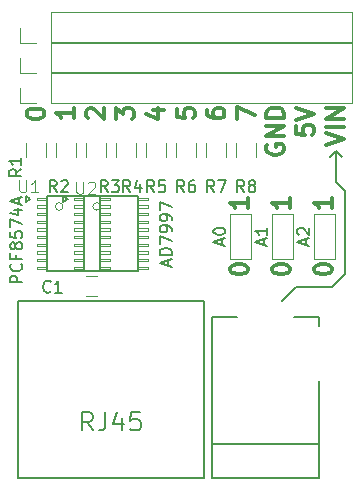
<source format=gto>
G04 #@! TF.FileFunction,Legend,Top*
%FSLAX46Y46*%
G04 Gerber Fmt 4.6, Leading zero omitted, Abs format (unit mm)*
G04 Created by KiCad (PCBNEW 4.0.7) date Thursday, May 03, 2018 'PMt' 09:52:22 PM*
%MOMM*%
%LPD*%
G01*
G04 APERTURE LIST*
%ADD10C,0.100000*%
%ADD11C,0.200000*%
%ADD12C,0.300000*%
%ADD13C,0.150000*%
%ADD14C,0.120000*%
%ADD15C,0.203200*%
%ADD16C,0.066040*%
%ADD17C,0.152400*%
%ADD18C,0.076200*%
%ADD19C,0.101600*%
G04 APERTURE END LIST*
D10*
D11*
X207010000Y-85344000D02*
X207518000Y-85852000D01*
X207010000Y-85344000D02*
X206502000Y-85852000D01*
X203581000Y-96901000D02*
X202438000Y-98044000D01*
X206629000Y-96901000D02*
X203581000Y-96901000D01*
X207772000Y-95758000D02*
X206629000Y-96901000D01*
X207772000Y-88773000D02*
X207772000Y-95758000D01*
X207010000Y-88011000D02*
X207772000Y-88773000D01*
X207010000Y-85344000D02*
X207010000Y-88011000D01*
D12*
X206672571Y-89360428D02*
X206672571Y-90217571D01*
X206672571Y-89788999D02*
X205172571Y-89788999D01*
X205386857Y-89931856D01*
X205529714Y-90074714D01*
X205601143Y-90217571D01*
X203116571Y-89360428D02*
X203116571Y-90217571D01*
X203116571Y-89788999D02*
X201616571Y-89788999D01*
X201830857Y-89931856D01*
X201973714Y-90074714D01*
X202045143Y-90217571D01*
X199560571Y-89360428D02*
X199560571Y-90217571D01*
X199560571Y-89788999D02*
X198060571Y-89788999D01*
X198274857Y-89931856D01*
X198417714Y-90074714D01*
X198489143Y-90217571D01*
X205172571Y-95448428D02*
X205172571Y-95305571D01*
X205244000Y-95162714D01*
X205315429Y-95091285D01*
X205458286Y-95019856D01*
X205744000Y-94948428D01*
X206101143Y-94948428D01*
X206386857Y-95019856D01*
X206529714Y-95091285D01*
X206601143Y-95162714D01*
X206672571Y-95305571D01*
X206672571Y-95448428D01*
X206601143Y-95591285D01*
X206529714Y-95662714D01*
X206386857Y-95734142D01*
X206101143Y-95805571D01*
X205744000Y-95805571D01*
X205458286Y-95734142D01*
X205315429Y-95662714D01*
X205244000Y-95591285D01*
X205172571Y-95448428D01*
X201616571Y-95448428D02*
X201616571Y-95305571D01*
X201688000Y-95162714D01*
X201759429Y-95091285D01*
X201902286Y-95019856D01*
X202188000Y-94948428D01*
X202545143Y-94948428D01*
X202830857Y-95019856D01*
X202973714Y-95091285D01*
X203045143Y-95162714D01*
X203116571Y-95305571D01*
X203116571Y-95448428D01*
X203045143Y-95591285D01*
X202973714Y-95662714D01*
X202830857Y-95734142D01*
X202545143Y-95805571D01*
X202188000Y-95805571D01*
X201902286Y-95734142D01*
X201759429Y-95662714D01*
X201688000Y-95591285D01*
X201616571Y-95448428D01*
X198060571Y-95448428D02*
X198060571Y-95305571D01*
X198132000Y-95162714D01*
X198203429Y-95091285D01*
X198346286Y-95019856D01*
X198632000Y-94948428D01*
X198989143Y-94948428D01*
X199274857Y-95019856D01*
X199417714Y-95091285D01*
X199489143Y-95162714D01*
X199560571Y-95305571D01*
X199560571Y-95448428D01*
X199489143Y-95591285D01*
X199417714Y-95662714D01*
X199274857Y-95734142D01*
X198989143Y-95805571D01*
X198632000Y-95805571D01*
X198346286Y-95734142D01*
X198203429Y-95662714D01*
X198132000Y-95591285D01*
X198060571Y-95448428D01*
D11*
X184277000Y-89408000D02*
X183896000Y-89154000D01*
X183896000Y-89662000D02*
X184277000Y-89408000D01*
X183896000Y-89154000D02*
X183896000Y-89662000D01*
X181102000Y-89408000D02*
X180721000Y-89154000D01*
X180721000Y-89662000D02*
X181102000Y-89408000D01*
X180721000Y-89154000D02*
X180721000Y-89662000D01*
D13*
X180436781Y-96487810D02*
X179436781Y-96487810D01*
X179436781Y-96106857D01*
X179484400Y-96011619D01*
X179532019Y-95964000D01*
X179627257Y-95916381D01*
X179770114Y-95916381D01*
X179865352Y-95964000D01*
X179912971Y-96011619D01*
X179960590Y-96106857D01*
X179960590Y-96487810D01*
X180341543Y-94916381D02*
X180389162Y-94964000D01*
X180436781Y-95106857D01*
X180436781Y-95202095D01*
X180389162Y-95344953D01*
X180293924Y-95440191D01*
X180198686Y-95487810D01*
X180008210Y-95535429D01*
X179865352Y-95535429D01*
X179674876Y-95487810D01*
X179579638Y-95440191D01*
X179484400Y-95344953D01*
X179436781Y-95202095D01*
X179436781Y-95106857D01*
X179484400Y-94964000D01*
X179532019Y-94916381D01*
X179912971Y-94154476D02*
X179912971Y-94487810D01*
X180436781Y-94487810D02*
X179436781Y-94487810D01*
X179436781Y-94011619D01*
X179865352Y-93487810D02*
X179817733Y-93583048D01*
X179770114Y-93630667D01*
X179674876Y-93678286D01*
X179627257Y-93678286D01*
X179532019Y-93630667D01*
X179484400Y-93583048D01*
X179436781Y-93487810D01*
X179436781Y-93297333D01*
X179484400Y-93202095D01*
X179532019Y-93154476D01*
X179627257Y-93106857D01*
X179674876Y-93106857D01*
X179770114Y-93154476D01*
X179817733Y-93202095D01*
X179865352Y-93297333D01*
X179865352Y-93487810D01*
X179912971Y-93583048D01*
X179960590Y-93630667D01*
X180055829Y-93678286D01*
X180246305Y-93678286D01*
X180341543Y-93630667D01*
X180389162Y-93583048D01*
X180436781Y-93487810D01*
X180436781Y-93297333D01*
X180389162Y-93202095D01*
X180341543Y-93154476D01*
X180246305Y-93106857D01*
X180055829Y-93106857D01*
X179960590Y-93154476D01*
X179912971Y-93202095D01*
X179865352Y-93297333D01*
X179436781Y-92202095D02*
X179436781Y-92678286D01*
X179912971Y-92725905D01*
X179865352Y-92678286D01*
X179817733Y-92583048D01*
X179817733Y-92344952D01*
X179865352Y-92249714D01*
X179912971Y-92202095D01*
X180008210Y-92154476D01*
X180246305Y-92154476D01*
X180341543Y-92202095D01*
X180389162Y-92249714D01*
X180436781Y-92344952D01*
X180436781Y-92583048D01*
X180389162Y-92678286D01*
X180341543Y-92725905D01*
X179436781Y-91821143D02*
X179436781Y-91154476D01*
X180436781Y-91583048D01*
X179770114Y-90344952D02*
X180436781Y-90344952D01*
X179389162Y-90583048D02*
X180103448Y-90821143D01*
X180103448Y-90202095D01*
X180151067Y-89868762D02*
X180151067Y-89392571D01*
X180436781Y-89964000D02*
X179436781Y-89630667D01*
X180436781Y-89297333D01*
X192800267Y-95048057D02*
X192800267Y-94571866D01*
X193085981Y-95143295D02*
X192085981Y-94809962D01*
X193085981Y-94476628D01*
X193085981Y-94143295D02*
X192085981Y-94143295D01*
X192085981Y-93905200D01*
X192133600Y-93762342D01*
X192228838Y-93667104D01*
X192324076Y-93619485D01*
X192514552Y-93571866D01*
X192657410Y-93571866D01*
X192847886Y-93619485D01*
X192943124Y-93667104D01*
X193038362Y-93762342D01*
X193085981Y-93905200D01*
X193085981Y-94143295D01*
X192085981Y-93238533D02*
X192085981Y-92571866D01*
X193085981Y-93000438D01*
X193085981Y-92143295D02*
X193085981Y-91952819D01*
X193038362Y-91857580D01*
X192990743Y-91809961D01*
X192847886Y-91714723D01*
X192657410Y-91667104D01*
X192276457Y-91667104D01*
X192181219Y-91714723D01*
X192133600Y-91762342D01*
X192085981Y-91857580D01*
X192085981Y-92048057D01*
X192133600Y-92143295D01*
X192181219Y-92190914D01*
X192276457Y-92238533D01*
X192514552Y-92238533D01*
X192609790Y-92190914D01*
X192657410Y-92143295D01*
X192705029Y-92048057D01*
X192705029Y-91857580D01*
X192657410Y-91762342D01*
X192609790Y-91714723D01*
X192514552Y-91667104D01*
X193085981Y-91190914D02*
X193085981Y-91000438D01*
X193038362Y-90905199D01*
X192990743Y-90857580D01*
X192847886Y-90762342D01*
X192657410Y-90714723D01*
X192276457Y-90714723D01*
X192181219Y-90762342D01*
X192133600Y-90809961D01*
X192085981Y-90905199D01*
X192085981Y-91095676D01*
X192133600Y-91190914D01*
X192181219Y-91238533D01*
X192276457Y-91286152D01*
X192514552Y-91286152D01*
X192609790Y-91238533D01*
X192657410Y-91190914D01*
X192705029Y-91095676D01*
X192705029Y-90905199D01*
X192657410Y-90809961D01*
X192609790Y-90762342D01*
X192514552Y-90714723D01*
X192085981Y-90381390D02*
X192085981Y-89714723D01*
X193085981Y-90143295D01*
D12*
X180813971Y-82265828D02*
X180813971Y-82122971D01*
X180885400Y-81980114D01*
X180956829Y-81908685D01*
X181099686Y-81837256D01*
X181385400Y-81765828D01*
X181742543Y-81765828D01*
X182028257Y-81837256D01*
X182171114Y-81908685D01*
X182242543Y-81980114D01*
X182313971Y-82122971D01*
X182313971Y-82265828D01*
X182242543Y-82408685D01*
X182171114Y-82480114D01*
X182028257Y-82551542D01*
X181742543Y-82622971D01*
X181385400Y-82622971D01*
X181099686Y-82551542D01*
X180956829Y-82480114D01*
X180885400Y-82408685D01*
X180813971Y-82265828D01*
X184828571Y-81740428D02*
X184828571Y-82597571D01*
X184828571Y-82168999D02*
X183328571Y-82168999D01*
X183542857Y-82311856D01*
X183685714Y-82454714D01*
X183757143Y-82597571D01*
X186011429Y-82597571D02*
X185940000Y-82526142D01*
X185868571Y-82383285D01*
X185868571Y-82026142D01*
X185940000Y-81883285D01*
X186011429Y-81811856D01*
X186154286Y-81740428D01*
X186297143Y-81740428D01*
X186511429Y-81811856D01*
X187368571Y-82668999D01*
X187368571Y-81740428D01*
X188383171Y-82668999D02*
X188383171Y-81740428D01*
X188954600Y-82240428D01*
X188954600Y-82026142D01*
X189026029Y-81883285D01*
X189097457Y-81811856D01*
X189240314Y-81740428D01*
X189597457Y-81740428D01*
X189740314Y-81811856D01*
X189811743Y-81883285D01*
X189883171Y-82026142D01*
X189883171Y-82454714D01*
X189811743Y-82597571D01*
X189740314Y-82668999D01*
X191473971Y-81908685D02*
X192473971Y-81908685D01*
X190902543Y-82265828D02*
X191973971Y-82622971D01*
X191973971Y-81694399D01*
X193539371Y-81811856D02*
X193539371Y-82526142D01*
X194253657Y-82597571D01*
X194182229Y-82526142D01*
X194110800Y-82383285D01*
X194110800Y-82026142D01*
X194182229Y-81883285D01*
X194253657Y-81811856D01*
X194396514Y-81740428D01*
X194753657Y-81740428D01*
X194896514Y-81811856D01*
X194967943Y-81883285D01*
X195039371Y-82026142D01*
X195039371Y-82383285D01*
X194967943Y-82526142D01*
X194896514Y-82597571D01*
X196053971Y-81883285D02*
X196053971Y-82168999D01*
X196125400Y-82311856D01*
X196196829Y-82383285D01*
X196411114Y-82526142D01*
X196696829Y-82597571D01*
X197268257Y-82597571D01*
X197411114Y-82526142D01*
X197482543Y-82454714D01*
X197553971Y-82311856D01*
X197553971Y-82026142D01*
X197482543Y-81883285D01*
X197411114Y-81811856D01*
X197268257Y-81740428D01*
X196911114Y-81740428D01*
X196768257Y-81811856D01*
X196696829Y-81883285D01*
X196625400Y-82026142D01*
X196625400Y-82311856D01*
X196696829Y-82454714D01*
X196768257Y-82526142D01*
X196911114Y-82597571D01*
X198619371Y-82668999D02*
X198619371Y-81668999D01*
X200119371Y-82311856D01*
X206188571Y-84827857D02*
X207688571Y-84327857D01*
X206188571Y-83827857D01*
X207688571Y-83327857D02*
X206188571Y-83327857D01*
X207688571Y-82613571D02*
X206188571Y-82613571D01*
X207688571Y-81756428D01*
X206188571Y-81756428D01*
X203648571Y-83216713D02*
X203648571Y-83930999D01*
X204362857Y-84002428D01*
X204291429Y-83930999D01*
X204220000Y-83788142D01*
X204220000Y-83430999D01*
X204291429Y-83288142D01*
X204362857Y-83216713D01*
X204505714Y-83145285D01*
X204862857Y-83145285D01*
X205005714Y-83216713D01*
X205077143Y-83288142D01*
X205148571Y-83430999D01*
X205148571Y-83788142D01*
X205077143Y-83930999D01*
X205005714Y-84002428D01*
X203648571Y-82716714D02*
X205148571Y-82216714D01*
X203648571Y-81716714D01*
X201180000Y-84835857D02*
X201108571Y-84978714D01*
X201108571Y-85193000D01*
X201180000Y-85407285D01*
X201322857Y-85550143D01*
X201465714Y-85621571D01*
X201751429Y-85693000D01*
X201965714Y-85693000D01*
X202251429Y-85621571D01*
X202394286Y-85550143D01*
X202537143Y-85407285D01*
X202608571Y-85193000D01*
X202608571Y-85050143D01*
X202537143Y-84835857D01*
X202465714Y-84764428D01*
X201965714Y-84764428D01*
X201965714Y-85050143D01*
X202608571Y-84121571D02*
X201108571Y-84121571D01*
X202608571Y-83264428D01*
X201108571Y-83264428D01*
X202608571Y-82550142D02*
X201108571Y-82550142D01*
X201108571Y-82192999D01*
X201180000Y-81978714D01*
X201322857Y-81835856D01*
X201465714Y-81764428D01*
X201751429Y-81692999D01*
X201965714Y-81692999D01*
X202251429Y-81764428D01*
X202394286Y-81835856D01*
X202537143Y-81978714D01*
X202608571Y-82192999D01*
X202608571Y-82550142D01*
D14*
X182880000Y-81340000D02*
X208340000Y-81340000D01*
X208340000Y-81340000D02*
X208340000Y-78680000D01*
X208340000Y-78680000D02*
X182880000Y-78680000D01*
X182880000Y-78680000D02*
X182880000Y-81340000D01*
X181610000Y-81340000D02*
X180280000Y-81340000D01*
X180280000Y-81340000D02*
X180280000Y-80010000D01*
X182880000Y-78800000D02*
X208340000Y-78800000D01*
X208340000Y-78800000D02*
X208340000Y-76140000D01*
X208340000Y-76140000D02*
X182880000Y-76140000D01*
X182880000Y-76140000D02*
X182880000Y-78800000D01*
X181610000Y-78800000D02*
X180280000Y-78800000D01*
X180280000Y-78800000D02*
X180280000Y-77470000D01*
X182880000Y-76260000D02*
X208340000Y-76260000D01*
X208340000Y-76260000D02*
X208340000Y-73600000D01*
X208340000Y-73600000D02*
X182880000Y-73600000D01*
X182880000Y-73600000D02*
X182880000Y-76260000D01*
X181610000Y-76260000D02*
X180280000Y-76260000D01*
X180280000Y-76260000D02*
X180280000Y-74930000D01*
D15*
X205539340Y-99458780D02*
X203438760Y-99458780D01*
X196542660Y-110157260D02*
X196542660Y-113057940D01*
X205539340Y-113057940D02*
X205539340Y-110157260D01*
X205539340Y-113057940D02*
X196542660Y-113057940D01*
X205539340Y-110157260D02*
X205539340Y-104858820D01*
X205539340Y-99458780D02*
X205539340Y-100157280D01*
X196542660Y-110157260D02*
X196542660Y-99458780D01*
X196542660Y-99441000D02*
X198643240Y-99441000D01*
X196542660Y-110157260D02*
X205539340Y-110157260D01*
D13*
X180340000Y-98044000D02*
X195834000Y-98044000D01*
X195834000Y-98044000D02*
X195834000Y-113030000D01*
X195834000Y-113030000D02*
X180086000Y-113030000D01*
X180086000Y-113030000D02*
X180086000Y-98044000D01*
X180086000Y-98044000D02*
X180340000Y-98044000D01*
D16*
X184840880Y-89303860D02*
X184840880Y-89507060D01*
X184840880Y-89507060D02*
X185679080Y-89507060D01*
X185679080Y-89303860D02*
X185679080Y-89507060D01*
X184840880Y-89303860D02*
X185679080Y-89303860D01*
X184840880Y-89954100D02*
X184840880Y-90157300D01*
X184840880Y-90157300D02*
X185679080Y-90157300D01*
X185679080Y-89954100D02*
X185679080Y-90157300D01*
X184840880Y-89954100D02*
X185679080Y-89954100D01*
X184840880Y-90604340D02*
X184840880Y-90807540D01*
X184840880Y-90807540D02*
X185679080Y-90807540D01*
X185679080Y-90604340D02*
X185679080Y-90807540D01*
X184840880Y-90604340D02*
X185679080Y-90604340D01*
X184840880Y-91254580D02*
X184840880Y-91457780D01*
X184840880Y-91457780D02*
X185679080Y-91457780D01*
X185679080Y-91254580D02*
X185679080Y-91457780D01*
X184840880Y-91254580D02*
X185679080Y-91254580D01*
X184840880Y-91904820D02*
X184840880Y-92108020D01*
X184840880Y-92108020D02*
X185679080Y-92108020D01*
X185679080Y-91904820D02*
X185679080Y-92108020D01*
X184840880Y-91904820D02*
X185679080Y-91904820D01*
X184840880Y-92549980D02*
X184840880Y-92753180D01*
X184840880Y-92753180D02*
X185679080Y-92753180D01*
X185679080Y-92549980D02*
X185679080Y-92753180D01*
X184840880Y-92549980D02*
X185679080Y-92549980D01*
X184840880Y-93200220D02*
X184840880Y-93403420D01*
X184840880Y-93403420D02*
X185679080Y-93403420D01*
X185679080Y-93200220D02*
X185679080Y-93403420D01*
X184840880Y-93200220D02*
X185679080Y-93200220D01*
X184840880Y-93850460D02*
X184840880Y-94053660D01*
X184840880Y-94053660D02*
X185679080Y-94053660D01*
X185679080Y-93850460D02*
X185679080Y-94053660D01*
X184840880Y-93850460D02*
X185679080Y-93850460D01*
X190240920Y-93850460D02*
X190240920Y-94053660D01*
X190240920Y-94053660D02*
X191079120Y-94053660D01*
X191079120Y-93850460D02*
X191079120Y-94053660D01*
X190240920Y-93850460D02*
X191079120Y-93850460D01*
X190240920Y-93200220D02*
X190240920Y-93403420D01*
X190240920Y-93403420D02*
X191079120Y-93403420D01*
X191079120Y-93200220D02*
X191079120Y-93403420D01*
X190240920Y-93200220D02*
X191079120Y-93200220D01*
X190240920Y-92549980D02*
X190240920Y-92753180D01*
X190240920Y-92753180D02*
X191079120Y-92753180D01*
X191079120Y-92549980D02*
X191079120Y-92753180D01*
X190240920Y-92549980D02*
X191079120Y-92549980D01*
X190240920Y-91904820D02*
X190240920Y-92108020D01*
X190240920Y-92108020D02*
X191079120Y-92108020D01*
X191079120Y-91904820D02*
X191079120Y-92108020D01*
X190240920Y-91904820D02*
X191079120Y-91904820D01*
X190240920Y-91254580D02*
X190240920Y-91457780D01*
X190240920Y-91457780D02*
X191079120Y-91457780D01*
X191079120Y-91254580D02*
X191079120Y-91457780D01*
X190240920Y-91254580D02*
X191079120Y-91254580D01*
X190240920Y-90604340D02*
X190240920Y-90807540D01*
X190240920Y-90807540D02*
X191079120Y-90807540D01*
X191079120Y-90604340D02*
X191079120Y-90807540D01*
X190240920Y-90604340D02*
X191079120Y-90604340D01*
X190240920Y-89954100D02*
X190240920Y-90157300D01*
X190240920Y-90157300D02*
X191079120Y-90157300D01*
X191079120Y-89954100D02*
X191079120Y-90157300D01*
X190240920Y-89954100D02*
X191079120Y-89954100D01*
X190240920Y-89303860D02*
X190240920Y-89507060D01*
X190240920Y-89507060D02*
X191079120Y-89507060D01*
X191079120Y-89303860D02*
X191079120Y-89507060D01*
X190240920Y-89303860D02*
X191079120Y-89303860D01*
X184840880Y-94500700D02*
X184840880Y-94703900D01*
X184840880Y-94703900D02*
X185679080Y-94703900D01*
X185679080Y-94500700D02*
X185679080Y-94703900D01*
X184840880Y-94500700D02*
X185679080Y-94500700D01*
X184840880Y-95150940D02*
X184840880Y-95354140D01*
X184840880Y-95354140D02*
X185679080Y-95354140D01*
X185679080Y-95150940D02*
X185679080Y-95354140D01*
X184840880Y-95150940D02*
X185679080Y-95150940D01*
X190240920Y-94500700D02*
X190240920Y-94703900D01*
X190240920Y-94703900D02*
X191079120Y-94703900D01*
X191079120Y-94500700D02*
X191079120Y-94703900D01*
X190240920Y-94500700D02*
X191079120Y-94500700D01*
X190240920Y-95150940D02*
X190240920Y-95354140D01*
X190240920Y-95354140D02*
X191079120Y-95354140D01*
X191079120Y-95150940D02*
X191079120Y-95354140D01*
X190240920Y-95150940D02*
X191079120Y-95150940D01*
D17*
X185679080Y-89166700D02*
X185679080Y-95491300D01*
X190240920Y-95491300D02*
X185679080Y-95491300D01*
X190240920Y-95491300D02*
X190240920Y-89166700D01*
X185679080Y-89166700D02*
X190240920Y-89166700D01*
D18*
X187064089Y-90055700D02*
G75*
G03X187064089Y-90055700I-323289J0D01*
G01*
D16*
X181665880Y-89303860D02*
X181665880Y-89507060D01*
X181665880Y-89507060D02*
X182504080Y-89507060D01*
X182504080Y-89303860D02*
X182504080Y-89507060D01*
X181665880Y-89303860D02*
X182504080Y-89303860D01*
X181665880Y-89954100D02*
X181665880Y-90157300D01*
X181665880Y-90157300D02*
X182504080Y-90157300D01*
X182504080Y-89954100D02*
X182504080Y-90157300D01*
X181665880Y-89954100D02*
X182504080Y-89954100D01*
X181665880Y-90604340D02*
X181665880Y-90807540D01*
X181665880Y-90807540D02*
X182504080Y-90807540D01*
X182504080Y-90604340D02*
X182504080Y-90807540D01*
X181665880Y-90604340D02*
X182504080Y-90604340D01*
X181665880Y-91254580D02*
X181665880Y-91457780D01*
X181665880Y-91457780D02*
X182504080Y-91457780D01*
X182504080Y-91254580D02*
X182504080Y-91457780D01*
X181665880Y-91254580D02*
X182504080Y-91254580D01*
X181665880Y-91904820D02*
X181665880Y-92108020D01*
X181665880Y-92108020D02*
X182504080Y-92108020D01*
X182504080Y-91904820D02*
X182504080Y-92108020D01*
X181665880Y-91904820D02*
X182504080Y-91904820D01*
X181665880Y-92549980D02*
X181665880Y-92753180D01*
X181665880Y-92753180D02*
X182504080Y-92753180D01*
X182504080Y-92549980D02*
X182504080Y-92753180D01*
X181665880Y-92549980D02*
X182504080Y-92549980D01*
X181665880Y-93200220D02*
X181665880Y-93403420D01*
X181665880Y-93403420D02*
X182504080Y-93403420D01*
X182504080Y-93200220D02*
X182504080Y-93403420D01*
X181665880Y-93200220D02*
X182504080Y-93200220D01*
X181665880Y-93850460D02*
X181665880Y-94053660D01*
X181665880Y-94053660D02*
X182504080Y-94053660D01*
X182504080Y-93850460D02*
X182504080Y-94053660D01*
X181665880Y-93850460D02*
X182504080Y-93850460D01*
X187065920Y-93850460D02*
X187065920Y-94053660D01*
X187065920Y-94053660D02*
X187904120Y-94053660D01*
X187904120Y-93850460D02*
X187904120Y-94053660D01*
X187065920Y-93850460D02*
X187904120Y-93850460D01*
X187065920Y-93200220D02*
X187065920Y-93403420D01*
X187065920Y-93403420D02*
X187904120Y-93403420D01*
X187904120Y-93200220D02*
X187904120Y-93403420D01*
X187065920Y-93200220D02*
X187904120Y-93200220D01*
X187065920Y-92549980D02*
X187065920Y-92753180D01*
X187065920Y-92753180D02*
X187904120Y-92753180D01*
X187904120Y-92549980D02*
X187904120Y-92753180D01*
X187065920Y-92549980D02*
X187904120Y-92549980D01*
X187065920Y-91904820D02*
X187065920Y-92108020D01*
X187065920Y-92108020D02*
X187904120Y-92108020D01*
X187904120Y-91904820D02*
X187904120Y-92108020D01*
X187065920Y-91904820D02*
X187904120Y-91904820D01*
X187065920Y-91254580D02*
X187065920Y-91457780D01*
X187065920Y-91457780D02*
X187904120Y-91457780D01*
X187904120Y-91254580D02*
X187904120Y-91457780D01*
X187065920Y-91254580D02*
X187904120Y-91254580D01*
X187065920Y-90604340D02*
X187065920Y-90807540D01*
X187065920Y-90807540D02*
X187904120Y-90807540D01*
X187904120Y-90604340D02*
X187904120Y-90807540D01*
X187065920Y-90604340D02*
X187904120Y-90604340D01*
X187065920Y-89954100D02*
X187065920Y-90157300D01*
X187065920Y-90157300D02*
X187904120Y-90157300D01*
X187904120Y-89954100D02*
X187904120Y-90157300D01*
X187065920Y-89954100D02*
X187904120Y-89954100D01*
X187065920Y-89303860D02*
X187065920Y-89507060D01*
X187065920Y-89507060D02*
X187904120Y-89507060D01*
X187904120Y-89303860D02*
X187904120Y-89507060D01*
X187065920Y-89303860D02*
X187904120Y-89303860D01*
X181665880Y-94500700D02*
X181665880Y-94703900D01*
X181665880Y-94703900D02*
X182504080Y-94703900D01*
X182504080Y-94500700D02*
X182504080Y-94703900D01*
X181665880Y-94500700D02*
X182504080Y-94500700D01*
X181665880Y-95150940D02*
X181665880Y-95354140D01*
X181665880Y-95354140D02*
X182504080Y-95354140D01*
X182504080Y-95150940D02*
X182504080Y-95354140D01*
X181665880Y-95150940D02*
X182504080Y-95150940D01*
X187065920Y-94500700D02*
X187065920Y-94703900D01*
X187065920Y-94703900D02*
X187904120Y-94703900D01*
X187904120Y-94500700D02*
X187904120Y-94703900D01*
X187065920Y-94500700D02*
X187904120Y-94500700D01*
X187065920Y-95150940D02*
X187065920Y-95354140D01*
X187065920Y-95354140D02*
X187904120Y-95354140D01*
X187904120Y-95150940D02*
X187904120Y-95354140D01*
X187065920Y-95150940D02*
X187904120Y-95150940D01*
D17*
X182504080Y-89166700D02*
X182504080Y-95491300D01*
X187065920Y-95491300D02*
X182504080Y-95491300D01*
X187065920Y-95491300D02*
X187065920Y-89166700D01*
X182504080Y-89166700D02*
X187065920Y-89166700D01*
D18*
X183889089Y-90055700D02*
G75*
G03X183889089Y-90055700I-323289J0D01*
G01*
D14*
X197992000Y-90673000D02*
X197992000Y-94493000D01*
X197992000Y-94493000D02*
X199772000Y-94493000D01*
X199772000Y-94493000D02*
X199772000Y-90673000D01*
X197992000Y-90673000D02*
X199772000Y-90673000D01*
X201548000Y-90673000D02*
X201548000Y-94493000D01*
X201548000Y-94493000D02*
X203328000Y-94493000D01*
X203328000Y-94493000D02*
X203328000Y-90673000D01*
X201548000Y-90673000D02*
X203328000Y-90673000D01*
X205104000Y-90673000D02*
X205104000Y-94493000D01*
X205104000Y-94493000D02*
X206884000Y-94493000D01*
X206884000Y-94493000D02*
X206884000Y-90673000D01*
X205104000Y-90673000D02*
X206884000Y-90673000D01*
X182490000Y-84697000D02*
X182490000Y-85897000D01*
X180730000Y-85897000D02*
X180730000Y-84697000D01*
X185030000Y-84697000D02*
X185030000Y-85897000D01*
X183270000Y-85897000D02*
X183270000Y-84697000D01*
X187570000Y-84697000D02*
X187570000Y-85897000D01*
X185810000Y-85897000D02*
X185810000Y-84697000D01*
X190110000Y-84697000D02*
X190110000Y-85897000D01*
X188350000Y-85897000D02*
X188350000Y-84697000D01*
X192650000Y-84697000D02*
X192650000Y-85897000D01*
X190890000Y-85897000D02*
X190890000Y-84697000D01*
X195190000Y-84697000D02*
X195190000Y-85897000D01*
X193430000Y-85897000D02*
X193430000Y-84697000D01*
X197730000Y-84697000D02*
X197730000Y-85897000D01*
X195970000Y-85897000D02*
X195970000Y-84697000D01*
X200270000Y-84697000D02*
X200270000Y-85897000D01*
X198510000Y-85897000D02*
X198510000Y-84697000D01*
X186809000Y-95924000D02*
X185809000Y-95924000D01*
X185809000Y-97624000D02*
X186809000Y-97624000D01*
D13*
X186399714Y-109020429D02*
X185891714Y-108294714D01*
X185528857Y-109020429D02*
X185528857Y-107496429D01*
X186109429Y-107496429D01*
X186254571Y-107569000D01*
X186327143Y-107641571D01*
X186399714Y-107786714D01*
X186399714Y-108004429D01*
X186327143Y-108149571D01*
X186254571Y-108222143D01*
X186109429Y-108294714D01*
X185528857Y-108294714D01*
X187488286Y-107496429D02*
X187488286Y-108585000D01*
X187415714Y-108802714D01*
X187270571Y-108947857D01*
X187052857Y-109020429D01*
X186907714Y-109020429D01*
X188867143Y-108004429D02*
X188867143Y-109020429D01*
X188504286Y-107423857D02*
X188141429Y-108512429D01*
X189084857Y-108512429D01*
X190391143Y-107496429D02*
X189665429Y-107496429D01*
X189592858Y-108222143D01*
X189665429Y-108149571D01*
X189810572Y-108077000D01*
X190173429Y-108077000D01*
X190318572Y-108149571D01*
X190391143Y-108222143D01*
X190463715Y-108367286D01*
X190463715Y-108730143D01*
X190391143Y-108875286D01*
X190318572Y-108947857D01*
X190173429Y-109020429D01*
X189810572Y-109020429D01*
X189665429Y-108947857D01*
X189592858Y-108875286D01*
D19*
X185026905Y-87962619D02*
X185026905Y-88785095D01*
X185075286Y-88881857D01*
X185123667Y-88930238D01*
X185220429Y-88978619D01*
X185413952Y-88978619D01*
X185510714Y-88930238D01*
X185559095Y-88881857D01*
X185607476Y-88785095D01*
X185607476Y-87962619D01*
X186042905Y-88059381D02*
X186091286Y-88011000D01*
X186188048Y-87962619D01*
X186429952Y-87962619D01*
X186526714Y-88011000D01*
X186575095Y-88059381D01*
X186623476Y-88156143D01*
X186623476Y-88252905D01*
X186575095Y-88398048D01*
X185994524Y-88978619D01*
X186623476Y-88978619D01*
X180200905Y-87835619D02*
X180200905Y-88658095D01*
X180249286Y-88754857D01*
X180297667Y-88803238D01*
X180394429Y-88851619D01*
X180587952Y-88851619D01*
X180684714Y-88803238D01*
X180733095Y-88754857D01*
X180781476Y-88658095D01*
X180781476Y-87835619D01*
X181797476Y-88851619D02*
X181216905Y-88851619D01*
X181507191Y-88851619D02*
X181507191Y-87835619D01*
X181410429Y-87980762D01*
X181313667Y-88077524D01*
X181216905Y-88125905D01*
D13*
X197348667Y-93297286D02*
X197348667Y-92821095D01*
X197634381Y-93392524D02*
X196634381Y-93059191D01*
X197634381Y-92725857D01*
X196634381Y-92202048D02*
X196634381Y-92106809D01*
X196682000Y-92011571D01*
X196729619Y-91963952D01*
X196824857Y-91916333D01*
X197015333Y-91868714D01*
X197253429Y-91868714D01*
X197443905Y-91916333D01*
X197539143Y-91963952D01*
X197586762Y-92011571D01*
X197634381Y-92106809D01*
X197634381Y-92202048D01*
X197586762Y-92297286D01*
X197539143Y-92344905D01*
X197443905Y-92392524D01*
X197253429Y-92440143D01*
X197015333Y-92440143D01*
X196824857Y-92392524D01*
X196729619Y-92344905D01*
X196682000Y-92297286D01*
X196634381Y-92202048D01*
X200904667Y-93297286D02*
X200904667Y-92821095D01*
X201190381Y-93392524D02*
X200190381Y-93059191D01*
X201190381Y-92725857D01*
X201190381Y-91868714D02*
X201190381Y-92440143D01*
X201190381Y-92154429D02*
X200190381Y-92154429D01*
X200333238Y-92249667D01*
X200428476Y-92344905D01*
X200476095Y-92440143D01*
X204460667Y-93297286D02*
X204460667Y-92821095D01*
X204746381Y-93392524D02*
X203746381Y-93059191D01*
X204746381Y-92725857D01*
X203841619Y-92440143D02*
X203794000Y-92392524D01*
X203746381Y-92297286D01*
X203746381Y-92059190D01*
X203794000Y-91963952D01*
X203841619Y-91916333D01*
X203936857Y-91868714D01*
X204032095Y-91868714D01*
X204174952Y-91916333D01*
X204746381Y-92487762D01*
X204746381Y-91868714D01*
X180362381Y-86907666D02*
X179886190Y-87241000D01*
X180362381Y-87479095D02*
X179362381Y-87479095D01*
X179362381Y-87098142D01*
X179410000Y-87002904D01*
X179457619Y-86955285D01*
X179552857Y-86907666D01*
X179695714Y-86907666D01*
X179790952Y-86955285D01*
X179838571Y-87002904D01*
X179886190Y-87098142D01*
X179886190Y-87479095D01*
X180362381Y-85955285D02*
X180362381Y-86526714D01*
X180362381Y-86241000D02*
X179362381Y-86241000D01*
X179505238Y-86336238D01*
X179600476Y-86431476D01*
X179648095Y-86526714D01*
X183348334Y-88844381D02*
X183015000Y-88368190D01*
X182776905Y-88844381D02*
X182776905Y-87844381D01*
X183157858Y-87844381D01*
X183253096Y-87892000D01*
X183300715Y-87939619D01*
X183348334Y-88034857D01*
X183348334Y-88177714D01*
X183300715Y-88272952D01*
X183253096Y-88320571D01*
X183157858Y-88368190D01*
X182776905Y-88368190D01*
X183729286Y-87939619D02*
X183776905Y-87892000D01*
X183872143Y-87844381D01*
X184110239Y-87844381D01*
X184205477Y-87892000D01*
X184253096Y-87939619D01*
X184300715Y-88034857D01*
X184300715Y-88130095D01*
X184253096Y-88272952D01*
X183681667Y-88844381D01*
X184300715Y-88844381D01*
X187666334Y-88844381D02*
X187333000Y-88368190D01*
X187094905Y-88844381D02*
X187094905Y-87844381D01*
X187475858Y-87844381D01*
X187571096Y-87892000D01*
X187618715Y-87939619D01*
X187666334Y-88034857D01*
X187666334Y-88177714D01*
X187618715Y-88272952D01*
X187571096Y-88320571D01*
X187475858Y-88368190D01*
X187094905Y-88368190D01*
X187999667Y-87844381D02*
X188618715Y-87844381D01*
X188285381Y-88225333D01*
X188428239Y-88225333D01*
X188523477Y-88272952D01*
X188571096Y-88320571D01*
X188618715Y-88415810D01*
X188618715Y-88653905D01*
X188571096Y-88749143D01*
X188523477Y-88796762D01*
X188428239Y-88844381D01*
X188142524Y-88844381D01*
X188047286Y-88796762D01*
X187999667Y-88749143D01*
X189571334Y-88844381D02*
X189238000Y-88368190D01*
X188999905Y-88844381D02*
X188999905Y-87844381D01*
X189380858Y-87844381D01*
X189476096Y-87892000D01*
X189523715Y-87939619D01*
X189571334Y-88034857D01*
X189571334Y-88177714D01*
X189523715Y-88272952D01*
X189476096Y-88320571D01*
X189380858Y-88368190D01*
X188999905Y-88368190D01*
X190428477Y-88177714D02*
X190428477Y-88844381D01*
X190190381Y-87796762D02*
X189952286Y-88511048D01*
X190571334Y-88511048D01*
X191603334Y-88844381D02*
X191270000Y-88368190D01*
X191031905Y-88844381D02*
X191031905Y-87844381D01*
X191412858Y-87844381D01*
X191508096Y-87892000D01*
X191555715Y-87939619D01*
X191603334Y-88034857D01*
X191603334Y-88177714D01*
X191555715Y-88272952D01*
X191508096Y-88320571D01*
X191412858Y-88368190D01*
X191031905Y-88368190D01*
X192508096Y-87844381D02*
X192031905Y-87844381D01*
X191984286Y-88320571D01*
X192031905Y-88272952D01*
X192127143Y-88225333D01*
X192365239Y-88225333D01*
X192460477Y-88272952D01*
X192508096Y-88320571D01*
X192555715Y-88415810D01*
X192555715Y-88653905D01*
X192508096Y-88749143D01*
X192460477Y-88796762D01*
X192365239Y-88844381D01*
X192127143Y-88844381D01*
X192031905Y-88796762D01*
X191984286Y-88749143D01*
X194143334Y-88844381D02*
X193810000Y-88368190D01*
X193571905Y-88844381D02*
X193571905Y-87844381D01*
X193952858Y-87844381D01*
X194048096Y-87892000D01*
X194095715Y-87939619D01*
X194143334Y-88034857D01*
X194143334Y-88177714D01*
X194095715Y-88272952D01*
X194048096Y-88320571D01*
X193952858Y-88368190D01*
X193571905Y-88368190D01*
X195000477Y-87844381D02*
X194810000Y-87844381D01*
X194714762Y-87892000D01*
X194667143Y-87939619D01*
X194571905Y-88082476D01*
X194524286Y-88272952D01*
X194524286Y-88653905D01*
X194571905Y-88749143D01*
X194619524Y-88796762D01*
X194714762Y-88844381D01*
X194905239Y-88844381D01*
X195000477Y-88796762D01*
X195048096Y-88749143D01*
X195095715Y-88653905D01*
X195095715Y-88415810D01*
X195048096Y-88320571D01*
X195000477Y-88272952D01*
X194905239Y-88225333D01*
X194714762Y-88225333D01*
X194619524Y-88272952D01*
X194571905Y-88320571D01*
X194524286Y-88415810D01*
X196683334Y-88844381D02*
X196350000Y-88368190D01*
X196111905Y-88844381D02*
X196111905Y-87844381D01*
X196492858Y-87844381D01*
X196588096Y-87892000D01*
X196635715Y-87939619D01*
X196683334Y-88034857D01*
X196683334Y-88177714D01*
X196635715Y-88272952D01*
X196588096Y-88320571D01*
X196492858Y-88368190D01*
X196111905Y-88368190D01*
X197016667Y-87844381D02*
X197683334Y-87844381D01*
X197254762Y-88844381D01*
X199223334Y-88844381D02*
X198890000Y-88368190D01*
X198651905Y-88844381D02*
X198651905Y-87844381D01*
X199032858Y-87844381D01*
X199128096Y-87892000D01*
X199175715Y-87939619D01*
X199223334Y-88034857D01*
X199223334Y-88177714D01*
X199175715Y-88272952D01*
X199128096Y-88320571D01*
X199032858Y-88368190D01*
X198651905Y-88368190D01*
X199794762Y-88272952D02*
X199699524Y-88225333D01*
X199651905Y-88177714D01*
X199604286Y-88082476D01*
X199604286Y-88034857D01*
X199651905Y-87939619D01*
X199699524Y-87892000D01*
X199794762Y-87844381D01*
X199985239Y-87844381D01*
X200080477Y-87892000D01*
X200128096Y-87939619D01*
X200175715Y-88034857D01*
X200175715Y-88082476D01*
X200128096Y-88177714D01*
X200080477Y-88225333D01*
X199985239Y-88272952D01*
X199794762Y-88272952D01*
X199699524Y-88320571D01*
X199651905Y-88368190D01*
X199604286Y-88463429D01*
X199604286Y-88653905D01*
X199651905Y-88749143D01*
X199699524Y-88796762D01*
X199794762Y-88844381D01*
X199985239Y-88844381D01*
X200080477Y-88796762D01*
X200128096Y-88749143D01*
X200175715Y-88653905D01*
X200175715Y-88463429D01*
X200128096Y-88368190D01*
X200080477Y-88320571D01*
X199985239Y-88272952D01*
X182840334Y-97258143D02*
X182792715Y-97305762D01*
X182649858Y-97353381D01*
X182554620Y-97353381D01*
X182411762Y-97305762D01*
X182316524Y-97210524D01*
X182268905Y-97115286D01*
X182221286Y-96924810D01*
X182221286Y-96781952D01*
X182268905Y-96591476D01*
X182316524Y-96496238D01*
X182411762Y-96401000D01*
X182554620Y-96353381D01*
X182649858Y-96353381D01*
X182792715Y-96401000D01*
X182840334Y-96448619D01*
X183792715Y-97353381D02*
X183221286Y-97353381D01*
X183507000Y-97353381D02*
X183507000Y-96353381D01*
X183411762Y-96496238D01*
X183316524Y-96591476D01*
X183221286Y-96639095D01*
M02*

</source>
